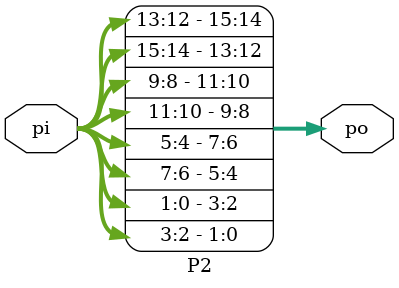
<source format=v>
module P2 (/*AUTOARG*/
   // Outputs
   po,
   // Inputs
   pi
   ) ;
   output [15:0] po;
   input  [15:0] pi;

   assign po[3:0] = {pi[1:0],pi[3:2]};
   assign po[7:4] = {pi[5:4],pi[7:6]};
   assign po[11:8] = {pi[9:8],pi[11:10]};
   assign po[15:12] = {pi[13:12],pi[15:14]};
   
endmodule // P2

</source>
